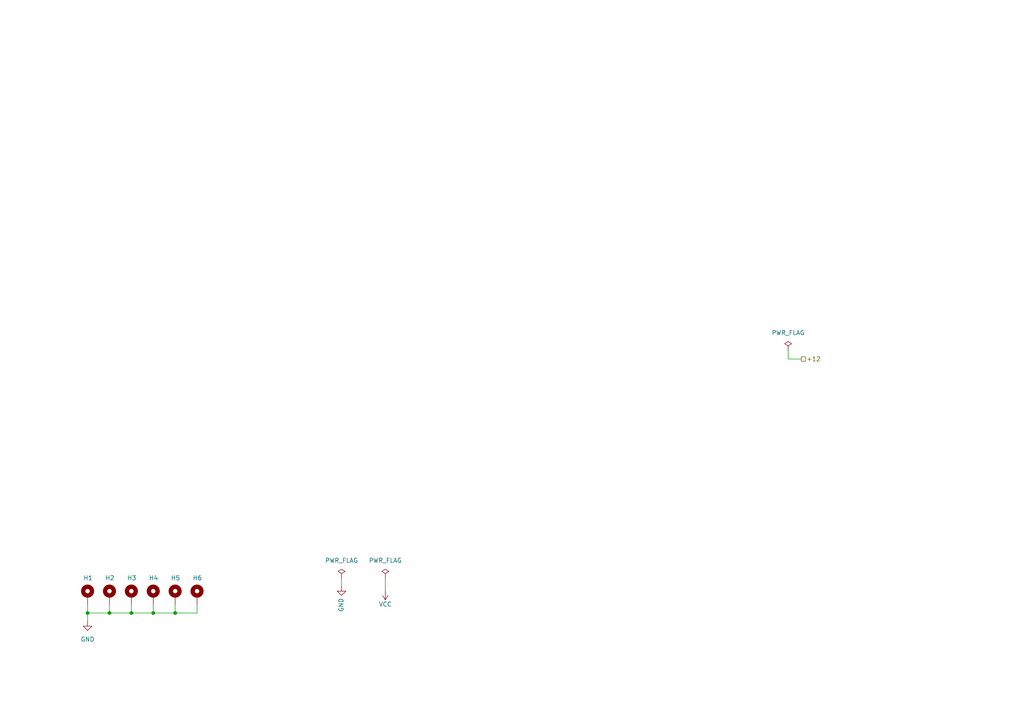
<source format=kicad_sch>
(kicad_sch (version 20231120) (generator "eeschema") (generator_version "8.0")
  (paper "A4")
  (title_block (title "ZX-Pentagon-Pereferal") (date "2024-03-19") (rev "0.01"))
  (lib_symbols
    (symbol "Mechanical:MountingHole_Pad" (pin_numbers hide) (pin_names (offset 1.016) hide) (exclude_from_sim yes) (in_bom no)
      (property "Reference" "H" (at 0 6.35 0))
      (property "Value" "MountingHole_Pad" (at 0 4.445 0))
      (symbol "MountingHole_Pad_0_1"
        (circle (center 0 1.27) (radius 1.27) (stroke (width 1.27)))
      )
      (symbol "MountingHole_Pad_1_1"
        (pin input line (at 0 -2.54 90) (length 2.54) (name "1") (number "1"))
      )
    )
    (symbol "power:GND" (power) (pin_numbers hide) (pin_names (offset 0) hide)
      (property "Value" "GND" (at 0 -3.81 0))
      (symbol "GND_0_1"
        (polyline (pts (xy 0 0) (xy 0 -1.27) (xy 1.27 -1.27) (xy 0 -2.54) (xy -1.27 -1.27) (xy 0 -1.27)))
      )
      (symbol "GND_1_1"
        (pin power_in line (at 0 0 270) (length 0) (name "~") (number "1"))
      )
    )
    (symbol "power:PWR_FLAG" (power) (pin_numbers hide) (pin_names (offset 0) hide)
      (property "Value" "PWR_FLAG" (at 0 3.81 0))
      (symbol "PWR_FLAG_0_0"
        (pin power_out line (at 0 0 90) (length 0) (name "~") (number "1"))
      )
      (symbol "PWR_FLAG_0_1"
        (polyline (pts (xy 0 0) (xy 0 1.27) (xy -1.016 1.905) (xy 0 2.54) (xy 1.016 1.905) (xy 0 1.27)))
      )
    )
    (symbol "power:VCC" (power) (pin_numbers hide) (pin_names (offset 0) hide)
      (property "Value" "VCC" (at 0 3.556 0))
      (symbol "VCC_0_1"
        (polyline (pts (xy -0.762 1.27) (xy 0 2.54)))
        (polyline (pts (xy 0 0) (xy 0 2.54)))
        (polyline (pts (xy 0 2.54) (xy 0.762 1.27)))
      )
      (symbol "VCC_1_1"
        (pin power_in line (at 0 0 90) (length 0) (name "~") (number "1"))
      )
    )
  )
  (junction (at 31.75 177.8))
  (junction (at 44.45 177.8))
  (junction (at 50.8 177.8))
  (junction (at 25.4 177.8))
  (junction (at 38.1 177.8))
  (wire (pts (xy 44.45 175.26) (xy 44.45 177.8)))
  (wire (pts (xy 31.75 177.8) (xy 38.1 177.8)))
  (wire (pts (xy 25.4 177.8) (xy 25.4 180.34)))
  (wire (pts (xy 111.76 167.64) (xy 111.76 171.45)))
  (wire (pts (xy 228.6 104.14) (xy 232.41 104.14)))
  (wire (pts (xy 38.1 175.26) (xy 38.1 177.8)))
  (wire (pts (xy 44.45 177.8) (xy 50.8 177.8)))
  (wire (pts (xy 25.4 175.26) (xy 25.4 177.8)))
  (wire (pts (xy 38.1 177.8) (xy 44.45 177.8)))
  (wire (pts (xy 50.8 175.26) (xy 50.8 177.8)))
  (wire (pts (xy 50.8 177.8) (xy 57.15 177.8)))
  (wire (pts (xy 25.4 177.8) (xy 31.75 177.8)))
  (wire (pts (xy 57.15 177.8) (xy 57.15 175.26)))
  (wire (pts (xy 99.06 167.64) (xy 99.06 170.18)))
  (wire (pts (xy 228.6 101.6) (xy 228.6 104.14)))
  (wire (pts (xy 31.75 175.26) (xy 31.75 177.8)))
  (hierarchical_label "+12" (shape passive) (at 232.41 104.14 0))
  (symbol (lib_id "power:PWR_FLAG") (at 99.06 167.64 0) (unit 1)
    (property "Reference" "#FLG02" (effects (hide yes)))
    (property "Value" "PWR_FLAG" (at 99.06 162.56 0))
    (property "Description" "Special symbol for telling ERC where power comes from" (effects (hide yes)))
  )
  (symbol (lib_id "power:GND") (at 25.4 180.34 0) (unit 1)
    (property "Reference" "#PWR029" (effects (hide yes)))
    (property "Value" "GND" (at 25.4 185.42 0))
    (property "Description" "Power symbol creates a global label with name \"GND\" , ground" (effects (hide yes)))
  )
  (symbol (lib_id "Mechanical:MountingHole_Pad") (at 44.45 172.72 0) (unit 1)
    (property "Reference" "H4" (at 43.18 167.64 0) (effects (justify left)))
    (property "Value" "MountingHole_Pad" (effects (hide yes)))
    (property "Footprint" "MountingHole:MountingHole_3.2mm_M3_Pad_Via" (effects (hide yes)))
    (property "Description" "Mounting Hole with connection" (effects (hide yes)))
  )
  (symbol (lib_id "power:PWR_FLAG") (at 228.6 101.6 0) (unit 1)
    (property "Reference" "#FLG01" (effects (hide yes)))
    (property "Value" "PWR_FLAG" (at 228.6 96.52 0))
    (property "Description" "Special symbol for telling ERC where power comes from" (effects (hide yes)))
  )
  (symbol (lib_id "Mechanical:MountingHole_Pad") (at 25.4 172.72 0) (unit 1)
    (property "Reference" "H1" (at 24.13 167.64 0) (effects (justify left)))
    (property "Value" "MountingHole_Pad" (effects (hide yes)))
    (property "Footprint" "MountingHole:MountingHole_3.2mm_M3_Pad_Via" (effects (hide yes)))
    (property "Description" "Mounting Hole with connection" (effects (hide yes)))
  )
  (symbol (lib_id "power:GND") (at 99.06 170.18 0) (mirror y) (unit 1)
    (property "Reference" "#PWR027" (effects (hide yes)))
    (property "Value" "GND" (at 98.933 173.4312 90) (effects (justify right)))
    (property "Description" "Power symbol creates a global label with name \"GND\" , ground" (effects (hide yes)))
  )
  (symbol (lib_id "power:VCC") (at 111.76 171.45 0) (mirror x) (unit 1)
    (property "Reference" "#PWR028" (effects (hide yes)))
    (property "Value" "VCC" (at 111.76 175.26 0))
    (property "Description" "Power symbol creates a global label with name \"VCC\"" (effects (hide yes)))
  )
  (symbol (lib_id "power:PWR_FLAG") (at 111.76 167.64 0) (unit 1)
    (property "Reference" "#FLG03" (effects (hide yes)))
    (property "Value" "PWR_FLAG" (at 111.76 162.56 0))
    (property "Description" "Special symbol for telling ERC where power comes from" (effects (hide yes)))
  )
  (symbol (lib_id "Mechanical:MountingHole_Pad") (at 50.8 172.72 0) (unit 1)
    (property "Reference" "H5" (at 49.53 167.64 0) (effects (justify left)))
    (property "Value" "MountingHole_Pad" (effects (hide yes)))
    (property "Footprint" "MountingHole:MountingHole_3.2mm_M3_Pad_Via" (effects (hide yes)))
    (property "Description" "Mounting Hole with connection" (effects (hide yes)))
  )
  (symbol (lib_id "Mechanical:MountingHole_Pad") (at 38.1 172.72 0) (unit 1)
    (property "Reference" "H3" (at 36.83 167.64 0) (effects (justify left)))
    (property "Value" "MountingHole_Pad" (effects (hide yes)))
    (property "Footprint" "MountingHole:MountingHole_3.2mm_M3_Pad_Via" (effects (hide yes)))
    (property "Description" "Mounting Hole with connection" (effects (hide yes)))
  )
  (symbol (lib_id "Mechanical:MountingHole_Pad") (at 57.15 172.72 0) (unit 1)
    (property "Reference" "H6" (at 55.88 167.64 0) (effects (justify left)))
    (property "Value" "MountingHole_Pad" (effects (hide yes)))
    (property "Footprint" "MountingHole:MountingHole_3.2mm_M3_Pad_Via" (effects (hide yes)))
    (property "Description" "Mounting Hole with connection" (effects (hide yes)))
  )
  (symbol (lib_id "Mechanical:MountingHole_Pad") (at 31.75 172.72 0) (unit 1)
    (property "Reference" "H2" (at 30.48 167.64 0) (effects (justify left)))
    (property "Value" "MountingHole_Pad" (effects (hide yes)))
    (property "Footprint" "MountingHole:MountingHole_3.2mm_M3_Pad_Via" (effects (hide yes)))
    (property "Description" "Mounting Hole with connection" (effects (hide yes)))
  )
)
</source>
